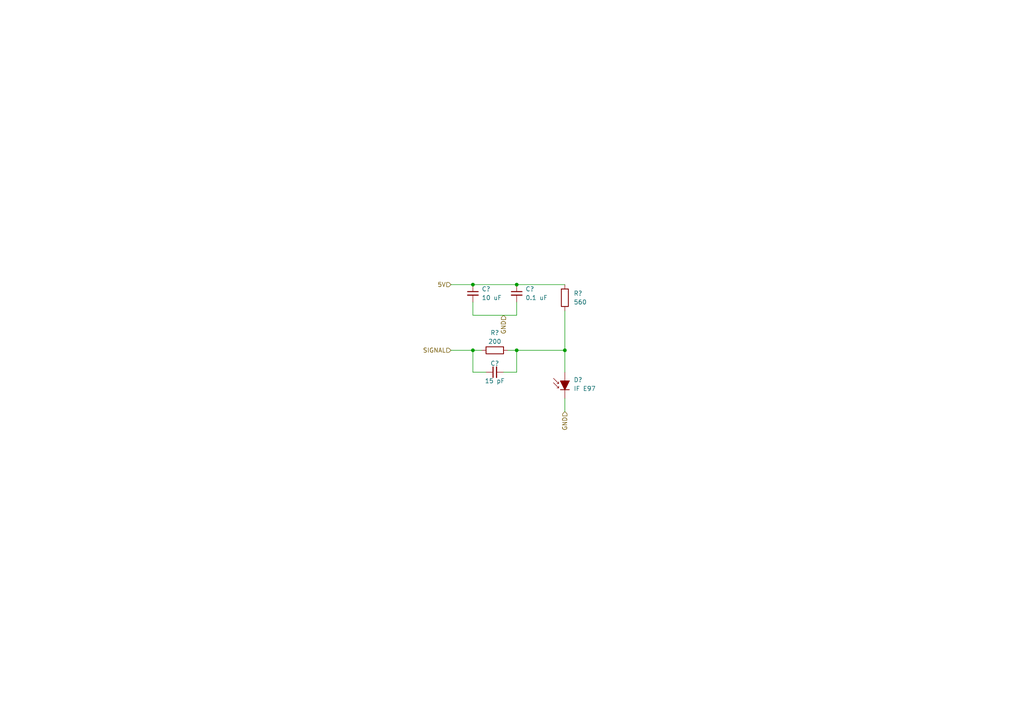
<source format=kicad_sch>
(kicad_sch (version 20211123) (generator eeschema)
  (paper "A4")
  (lib_symbols
    (symbol "Device:C_Small" (pin_numbers hide) (pin_names (offset 0.254) hide)
      (property "Reference" "C" (at 0.254 1.778 0))
      (property "Value" "C_Small" (at 0.254 -2.032 0))
      (symbol "C_Small_0_1"
        (polyline (pts (xy -1.524 -0.508) (xy 1.524 -0.508)) (stroke (width 0.3302)))
        (polyline (pts (xy -1.524 0.508) (xy 1.524 0.508)) (stroke (width 0.3048)))
      )
      (symbol "C_Small_1_1"
        (pin passive line (at 0 2.54 270) (length 2.032) (name "~") (number "1"))
        (pin passive line (at 0 -2.54 90) (length 2.032) (name "~") (number "2"))
      )
    )
    (symbol "Device:D_Photo_Filled" (pin_numbers hide) (pin_names hide)
      (property "Reference" "D" (at 0.508 1.778 0))
      (property "Value" "D_Photo_Filled" (at -1.016 -2.794 0))
      (symbol "D_Photo_Filled_0_1"
        (polyline (pts (xy -2.54 1.27) (xy -2.54 -1.27)) (stroke (width 0.254)))
        (polyline (pts (xy -2.032 1.778) (xy -1.524 1.778)))
        (polyline (pts (xy 0 0) (xy -2.54 0)))
        (polyline (pts (xy -0.508 3.302) (xy -2.032 1.778) (xy -2.032 2.286)))
        (polyline (pts (xy 0 -1.27) (xy 0 1.27) (xy -2.54 0) (xy 0 -1.27)) (stroke (width 0.254)) (fill (type outline)))
        (polyline (pts (xy 0.762 3.302) (xy -0.762 1.778) (xy -0.762 2.286) (xy -0.762 1.778) (xy -0.254 1.778)))
      )
      (symbol "D_Photo_Filled_1_1"
        (pin passive line (at -5.08 0 0) (length 2.54) (name "K") (number "1"))
        (pin passive line (at 2.54 0 180) (length 2.54) (name "A") (number "2"))
      )
    )
    (symbol "Device:R" (pin_numbers hide) (pin_names (offset 0))
      (property "Reference" "R" (at 2.032 0 90))
      (property "Value" "R" (at 0 0 90))
      (symbol "R_0_1"
        (rectangle (start -1.016 -2.54) (end 1.016 2.54) (stroke (width 0.254)))
      )
      (symbol "R_1_1"
        (pin passive line (at 0 3.81 270) (length 1.27) (name "~") (number "1"))
        (pin passive line (at 0 -3.81 90) (length 1.27) (name "~") (number "2"))
      )
    )
  )
  (junction (at 137.16 82.55))
  (junction (at 149.86 82.55))
  (junction (at 149.86 101.6))
  (junction (at 163.83 101.6))
  (junction (at 137.16 101.6))
  (wire (pts (xy 146.05 107.95) (xy 149.86 107.95)))
  (wire (pts (xy 163.83 90.17) (xy 163.83 101.6)))
  (wire (pts (xy 137.16 82.55) (xy 149.86 82.55)))
  (wire (pts (xy 149.86 91.44) (xy 149.86 87.63)))
  (wire (pts (xy 137.16 101.6) (xy 139.7 101.6)))
  (wire (pts (xy 137.16 101.6) (xy 137.16 107.95)))
  (wire (pts (xy 137.16 91.44) (xy 149.86 91.44)))
  (wire (pts (xy 149.86 101.6) (xy 149.86 107.95)))
  (wire (pts (xy 130.81 101.6) (xy 137.16 101.6)))
  (wire (pts (xy 163.83 115.57) (xy 163.83 119.38)))
  (wire (pts (xy 147.32 101.6) (xy 149.86 101.6)))
  (wire (pts (xy 149.86 82.55) (xy 163.83 82.55)))
  (wire (pts (xy 163.83 101.6) (xy 163.83 107.95)))
  (wire (pts (xy 130.81 82.55) (xy 137.16 82.55)))
  (wire (pts (xy 137.16 87.63) (xy 137.16 91.44)))
  (wire (pts (xy 137.16 107.95) (xy 140.97 107.95)))
  (wire (pts (xy 149.86 101.6) (xy 163.83 101.6)))
  (hierarchical_label "SIGNAL" (shape input) (at 130.81 101.6 180))
  (hierarchical_label "5V" (shape input) (at 130.81 82.55 180))
  (hierarchical_label "GND" (shape input) (at 163.83 119.38 270))
  (hierarchical_label "GND" (shape input) (at 146.05 91.44 270))
  (symbol (lib_id "Device:D_Photo_Filled") (at 163.83 110.49 90) (unit 1)
    (property "Reference" "D?" (at 166.37 110.1724 90) (effects (justify right)))
    (property "Value" "IF E97" (at 166.37 112.7124 90) (effects (justify right)))
    (property "Datasheet" "https://i-fiberoptics.com/pdf/ife97-2-20.pdf" (effects hide))
  )
  (symbol (lib_id "Device:C_Small") (at 137.16 85.09 0) (unit 1)
    (property "Reference" "C?" (at 139.7 83.8262 0) (effects (justify left)))
    (property "Value" "10 uF" (at 139.7 86.3662 0) (effects (justify left)))
    (property "Footprint" "Capacitor_SMD:C_0201_0603Metric" (effects hide))
    (property "Datasheet" "~https://media.digikey.com/pdf/Data%20Sheets/Samsung%20PDFs/CL10A106KQ8NNNC_Spec.pdf" (effects hide))
  )
  (symbol (lib_id "Device:R") (at 163.83 86.36 0) (unit 1)
    (property "Reference" "R?" (at 166.37 85.0899 0) (effects (justify left)))
    (property "Value" "560" (at 166.37 87.6299 0) (effects (justify left)))
    (property "Footprint" "Resistor_SMD:R_0603_1608Metric" (effects hide))
    (property "Datasheet" "https://fscdn.rohm.com/en/products/databook/datasheet/passive/resistor/chip_resistor/sfr-e.pdf" (effects hide))
  )
  (symbol (lib_id "Device:C_Small") (at 143.51 107.95 90) (unit 1)
    (property "Reference" "C?" (at 143.51 105.41 90))
    (property "Value" "15 pF" (at 143.51 110.49 90))
    (property "Footprint" "Capacitor_SMD:C_0201_0603Metric" (effects hide))
    (property "Datasheet" "https://www.johansontechnology.com/downloads/catalog/johanson-technology-multi-layer-high-q-capacitors.pdf" (effects hide))
  )
  (symbol (lib_id "Device:R") (at 143.51 101.6 90) (unit 1)
    (property "Reference" "R?" (at 143.51 96.52 90))
    (property "Value" "200" (at 143.51 99.06 90))
    (property "Footprint" "Resistor_SMD:R_0805_2012Metric" (effects hide))
    (property "Datasheet" "~https://www.koaspeer.com/pdfs/RK73G.pdf" (effects hide))
  )
  (symbol (lib_id "Device:C_Small") (at 149.86 85.09 0) (unit 1)
    (property "Reference" "C?" (at 152.4 83.8262 0) (effects (justify left)))
    (property "Value" "0.1 uF" (at 152.4 86.3662 0) (effects (justify left)))
    (property "Footprint" "Capacitor_SMD:C_0603_1608Metric" (effects hide))
    (property "Datasheet" "https://media.digikey.com/pdf/Data%20Sheets/Samsung%20PDFs/CL10B104KB8NNWC_Spec.pdf" (effects hide))
  )
)
</source>
